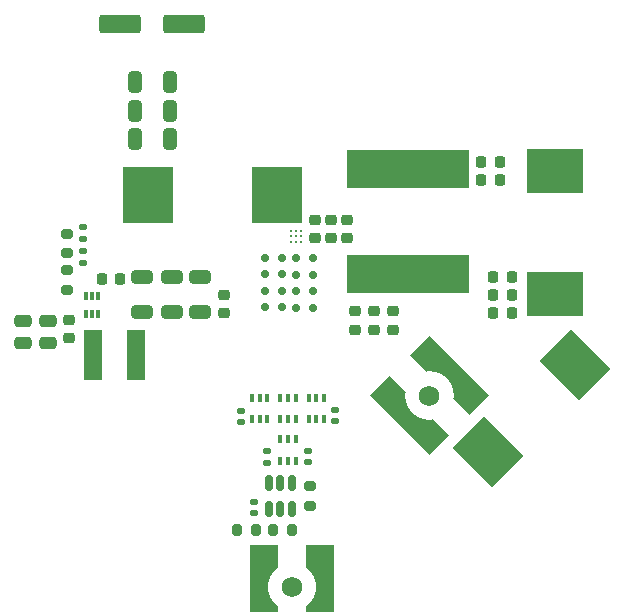
<source format=gbr>
%TF.GenerationSoftware,KiCad,Pcbnew,8.0.0*%
%TF.CreationDate,2024-04-09T17:14:46-07:00*%
%TF.ProjectId,phi2_50MHz_EPC2214,70686932-5f35-4304-9d48-7a5f45504332,rev?*%
%TF.SameCoordinates,Original*%
%TF.FileFunction,Paste,Top*%
%TF.FilePolarity,Positive*%
%FSLAX46Y46*%
G04 Gerber Fmt 4.6, Leading zero omitted, Abs format (unit mm)*
G04 Created by KiCad (PCBNEW 8.0.0) date 2024-04-09 17:14:46*
%MOMM*%
%LPD*%
G01*
G04 APERTURE LIST*
G04 Aperture macros list*
%AMRoundRect*
0 Rectangle with rounded corners*
0 $1 Rounding radius*
0 $2 $3 $4 $5 $6 $7 $8 $9 X,Y pos of 4 corners*
0 Add a 4 corners polygon primitive as box body*
4,1,4,$2,$3,$4,$5,$6,$7,$8,$9,$2,$3,0*
0 Add four circle primitives for the rounded corners*
1,1,$1+$1,$2,$3*
1,1,$1+$1,$4,$5*
1,1,$1+$1,$6,$7*
1,1,$1+$1,$8,$9*
0 Add four rect primitives between the rounded corners*
20,1,$1+$1,$2,$3,$4,$5,0*
20,1,$1+$1,$4,$5,$6,$7,0*
20,1,$1+$1,$6,$7,$8,$9,0*
20,1,$1+$1,$8,$9,$2,$3,0*%
%AMRotRect*
0 Rectangle, with rotation*
0 The origin of the aperture is its center*
0 $1 length*
0 $2 width*
0 $3 Rotation angle, in degrees counterclockwise*
0 Add horizontal line*
21,1,$1,$2,0,0,$3*%
%AMFreePoly0*
4,1,25,-1.500000,1.420000,-1.360000,1.280000,-1.205000,1.155000,-1.035000,1.045000,-0.860000,0.950000,-0.675001,0.875000,-0.480000,0.820000,-0.280000,0.780000,-0.085000,0.765000,0.085000,0.765000,0.280000,0.780000,0.480000,0.820000,0.675001,0.875000,0.860000,0.950000,1.035000,1.045000,1.205000,1.155000,1.360000,1.280000,1.500000,1.420000,1.645000,1.595000,3.555000,1.595000,
3.555000,-0.755000,-3.555000,-0.755000,-3.555000,1.595000,-1.645000,1.595000,-1.500000,1.420000,-1.500000,1.420000,$1*%
G04 Aperture macros list end*
%ADD10FreePoly0,135.000000*%
%ADD11FreePoly0,315.000000*%
%ADD12C,1.730000*%
%ADD13R,4.320000X4.700000*%
%ADD14RoundRect,0.250000X-0.325000X-0.650000X0.325000X-0.650000X0.325000X0.650000X-0.325000X0.650000X0*%
%ADD15RoundRect,0.150000X0.150000X0.200000X-0.150000X0.200000X-0.150000X-0.200000X0.150000X-0.200000X0*%
%ADD16RoundRect,0.150000X0.150000X-0.512500X0.150000X0.512500X-0.150000X0.512500X-0.150000X-0.512500X0*%
%ADD17R,10.340000X3.300000*%
%ADD18FreePoly0,90.000000*%
%ADD19FreePoly0,270.000000*%
%ADD20RoundRect,0.225000X-0.250000X0.225000X-0.250000X-0.225000X0.250000X-0.225000X0.250000X0.225000X0*%
%ADD21R,4.700000X3.810000*%
%ADD22RoundRect,0.140000X0.170000X-0.140000X0.170000X0.140000X-0.170000X0.140000X-0.170000X-0.140000X0*%
%ADD23RoundRect,0.250000X0.650000X-0.325000X0.650000X0.325000X-0.650000X0.325000X-0.650000X-0.325000X0*%
%ADD24RoundRect,0.200000X-0.275000X0.200000X-0.275000X-0.200000X0.275000X-0.200000X0.275000X0.200000X0*%
%ADD25RoundRect,0.225000X0.225000X0.250000X-0.225000X0.250000X-0.225000X-0.250000X0.225000X-0.250000X0*%
%ADD26R,0.300000X0.660000*%
%ADD27RoundRect,0.250000X-0.475000X0.250000X-0.475000X-0.250000X0.475000X-0.250000X0.475000X0.250000X0*%
%ADD28C,0.225000*%
%ADD29RoundRect,0.140000X-0.170000X0.140000X-0.170000X-0.140000X0.170000X-0.140000X0.170000X0.140000X0*%
%ADD30RoundRect,0.085000X0.085000X-0.265000X0.085000X0.265000X-0.085000X0.265000X-0.085000X-0.265000X0*%
%ADD31RoundRect,0.200000X0.200000X0.275000X-0.200000X0.275000X-0.200000X-0.275000X0.200000X-0.275000X0*%
%ADD32RoundRect,0.225000X-0.225000X-0.250000X0.225000X-0.250000X0.225000X0.250000X-0.225000X0.250000X0*%
%ADD33R,1.500000X4.200000*%
%ADD34RoundRect,0.200000X-0.200000X-0.275000X0.200000X-0.275000X0.200000X0.275000X-0.200000X0.275000X0*%
%ADD35RoundRect,0.250000X-1.500000X-0.550000X1.500000X-0.550000X1.500000X0.550000X-1.500000X0.550000X0*%
%ADD36RoundRect,0.135000X0.185000X-0.135000X0.185000X0.135000X-0.185000X0.135000X-0.185000X-0.135000X0*%
%ADD37RoundRect,0.225000X0.250000X-0.225000X0.250000X0.225000X-0.250000X0.225000X-0.250000X-0.225000X0*%
%ADD38RotRect,3.810000X4.700000X225.000000*%
G04 APERTURE END LIST*
D10*
%TO.C,RF_OUT*%
X57249899Y-46115101D03*
D11*
X53290101Y-50074899D03*
D12*
X55270000Y-48095000D03*
%TD*%
D13*
%TO.C,L1*%
X42410000Y-31110000D03*
X31490000Y-31110000D03*
%TD*%
D14*
%TO.C,C4*%
X33295000Y-26370000D03*
X30345000Y-26370000D03*
%TD*%
D15*
%TO.C,D8*%
X45412500Y-40640000D03*
X44012500Y-40640000D03*
%TD*%
D14*
%TO.C,C2*%
X33295000Y-21570000D03*
X30345000Y-21570000D03*
%TD*%
D16*
%TO.C,U4*%
X41720000Y-55457500D03*
X42670000Y-55457500D03*
X43620000Y-55457500D03*
X43620000Y-57732500D03*
X42670000Y-57732500D03*
X41720000Y-57732500D03*
%TD*%
D17*
%TO.C,L2*%
X53470000Y-37790000D03*
X53470000Y-28950000D03*
%TD*%
D18*
%TO.C,RF_IN*%
X46470000Y-64320000D03*
D19*
X40870000Y-64320000D03*
D12*
X43670000Y-64320000D03*
%TD*%
D20*
%TO.C,C19*%
X46930000Y-33235000D03*
X46930000Y-34785000D03*
%TD*%
D21*
%TO.C,L3*%
X65945000Y-39475000D03*
X65945000Y-29065000D03*
%TD*%
D22*
%TO.C,C9*%
X44970000Y-52765000D03*
X44970000Y-53725000D03*
%TD*%
D23*
%TO.C,C28*%
X30970000Y-38045000D03*
X30970000Y-40995000D03*
%TD*%
D20*
%TO.C,C20*%
X48340000Y-33235000D03*
X48340000Y-34785000D03*
%TD*%
D24*
%TO.C,R7*%
X24570000Y-39145000D03*
X24570000Y-37495000D03*
%TD*%
D25*
%TO.C,C12*%
X60695000Y-38020000D03*
X62245000Y-38020000D03*
%TD*%
D23*
%TO.C,C26*%
X35870000Y-38045000D03*
X35870000Y-40995000D03*
%TD*%
D25*
%TO.C,C21*%
X60695000Y-39570000D03*
X62245000Y-39570000D03*
%TD*%
D26*
%TO.C,U3*%
X42665000Y-51775000D03*
X43315000Y-51775000D03*
X43965000Y-51775000D03*
X43965000Y-53615000D03*
X43315000Y-53615000D03*
X42665000Y-53615000D03*
%TD*%
D27*
%TO.C,C24*%
X22970000Y-43640000D03*
X22970000Y-41740000D03*
%TD*%
D14*
%TO.C,C3*%
X33295000Y-23970000D03*
X30345000Y-23970000D03*
%TD*%
D26*
%TO.C,U5*%
X40270000Y-48275000D03*
X40920000Y-48275000D03*
X41570000Y-48275000D03*
X41570000Y-50115000D03*
X40920000Y-50115000D03*
X40270000Y-50115000D03*
%TD*%
D28*
%TO.C,Q1*%
X44445000Y-34170000D03*
X43995000Y-34170000D03*
X43545000Y-34170000D03*
X44445000Y-34620000D03*
X43995000Y-34620000D03*
X43545000Y-34620000D03*
X44445000Y-35070000D03*
X43995000Y-35070000D03*
X43545000Y-35070000D03*
%TD*%
D29*
%TO.C,C10*%
X40420000Y-58025000D03*
X40420000Y-57065000D03*
%TD*%
D15*
%TO.C,D4*%
X42770000Y-40620000D03*
X41370000Y-40620000D03*
%TD*%
%TO.C,D3*%
X42770000Y-39220000D03*
X41370000Y-39220000D03*
%TD*%
%TO.C,D1*%
X42770000Y-36420000D03*
X41370000Y-36420000D03*
%TD*%
%TO.C,D7*%
X45412500Y-39240000D03*
X44012500Y-39240000D03*
%TD*%
D23*
%TO.C,C27*%
X33470000Y-38045000D03*
X33470000Y-40995000D03*
%TD*%
D20*
%TO.C,C15*%
X45600000Y-33235000D03*
X45600000Y-34785000D03*
%TD*%
D30*
%TO.C,U1*%
X26220000Y-39670000D03*
X26720000Y-39670000D03*
X27220000Y-39670000D03*
X27220000Y-41170000D03*
X26720000Y-41170000D03*
X26220000Y-41170000D03*
%TD*%
D15*
%TO.C,D2*%
X42770000Y-37820000D03*
X41370000Y-37820000D03*
%TD*%
D22*
%TO.C,C8*%
X39320000Y-49365000D03*
X39320000Y-50325000D03*
%TD*%
D20*
%TO.C,C7*%
X49020000Y-42520000D03*
X49020000Y-40970000D03*
%TD*%
%TO.C,C25*%
X24770000Y-43245000D03*
X24770000Y-41695000D03*
%TD*%
D31*
%TO.C,R6*%
X38995000Y-59445000D03*
X40645000Y-59445000D03*
%TD*%
D15*
%TO.C,D5*%
X45410000Y-36450000D03*
X44010000Y-36450000D03*
%TD*%
D20*
%TO.C,C5*%
X52170000Y-42520000D03*
X52170000Y-40970000D03*
%TD*%
D24*
%TO.C,R3*%
X24570000Y-36045000D03*
X24570000Y-34395000D03*
%TD*%
D32*
%TO.C,C13*%
X61245000Y-28320000D03*
X59695000Y-28320000D03*
%TD*%
D24*
%TO.C,R5*%
X45170000Y-57420000D03*
X45170000Y-55770000D03*
%TD*%
D29*
%TO.C,C17*%
X41520000Y-53775000D03*
X41520000Y-52815000D03*
%TD*%
D33*
%TO.C,L5*%
X30420000Y-44670000D03*
X26820000Y-44670000D03*
%TD*%
D34*
%TO.C,R4*%
X43695000Y-59445000D03*
X42045000Y-59445000D03*
%TD*%
D35*
%TO.C,C1*%
X34470000Y-16620000D03*
X29070000Y-16620000D03*
%TD*%
D36*
%TO.C,R2*%
X25970000Y-33850000D03*
X25970000Y-34870000D03*
%TD*%
D37*
%TO.C,C29*%
X37870000Y-39545000D03*
X37870000Y-41095000D03*
%TD*%
D38*
%TO.C,L4*%
X60284018Y-52900491D03*
X67645000Y-45539509D03*
%TD*%
D15*
%TO.C,D6*%
X45412500Y-37850000D03*
X44012500Y-37850000D03*
%TD*%
D26*
%TO.C,U6*%
X42670000Y-48275000D03*
X43320000Y-48275000D03*
X43970000Y-48275000D03*
X43970000Y-50115000D03*
X43320000Y-50115000D03*
X42670000Y-50115000D03*
%TD*%
D25*
%TO.C,C18*%
X27545000Y-38220000D03*
X29095000Y-38220000D03*
%TD*%
D36*
%TO.C,R1*%
X25970000Y-35860000D03*
X25970000Y-36880000D03*
%TD*%
D32*
%TO.C,C14*%
X61245000Y-29870000D03*
X59695000Y-29870000D03*
%TD*%
D20*
%TO.C,C6*%
X50620000Y-42520000D03*
X50620000Y-40970000D03*
%TD*%
D22*
%TO.C,C11*%
X47320000Y-49315000D03*
X47320000Y-50275000D03*
%TD*%
D27*
%TO.C,C23*%
X20920000Y-43640000D03*
X20920000Y-41740000D03*
%TD*%
D26*
%TO.C,U7*%
X45070000Y-48275000D03*
X45720000Y-48275000D03*
X46370000Y-48275000D03*
X46370000Y-50115000D03*
X45720000Y-50115000D03*
X45070000Y-50115000D03*
%TD*%
D25*
%TO.C,C22*%
X60695000Y-41120000D03*
X62245000Y-41120000D03*
%TD*%
M02*

</source>
